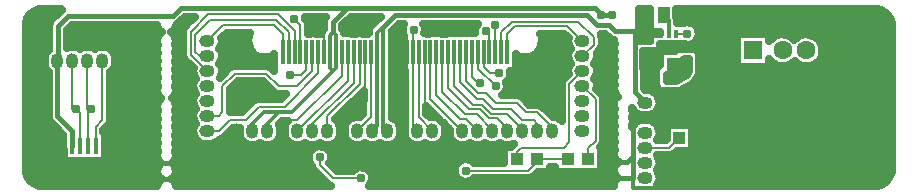
<source format=gbr>
G04 DipTrace 2.4.0.2*
%INTop.gbr*%
%MOIN*%
%ADD14C,0.0142*%
%ADD15C,0.0079*%
%ADD16C,0.0157*%
%ADD17C,0.0138*%
%ADD18C,0.0118*%
%ADD19C,0.025*%
%ADD22R,0.0394X0.0433*%
%ADD23R,0.0433X0.0394*%
%ADD24R,0.0126X0.0827*%
%ADD25C,0.0886*%
%ADD26R,0.063X0.063*%
%ADD27C,0.063*%
%ADD28C,0.1378*%
%ADD31R,0.0157X0.0531*%
%ADD32C,0.0492*%
%ADD33C,0.061*%
%ADD34R,0.0591X0.0591*%
%ADD35O,0.0512X0.0416*%
%ADD36O,0.0416X0.0512*%
%ADD37R,0.0394X0.0531*%
%ADD41R,0.0118X0.0276*%
%ADD42R,0.063X0.0394*%
%ADD43C,0.031*%
%FSLAX44Y44*%
G04*
G70*
G90*
G75*
G01*
%LNTop*%
%LPD*%
X16174Y8693D2*
D14*
Y6212D1*
X16318Y6068D1*
X15977Y8693D2*
Y6227D1*
X15818Y6068D1*
X25431Y9318D2*
D15*
X25125D1*
X24993Y9186D1*
Y9893D1*
X24943Y9943D1*
X16174Y8693D2*
D14*
Y9549D1*
D16*
X16568Y9943D1*
X22977D1*
X23309Y9611D1*
X23694D1*
X23914Y9391D1*
X24553D1*
X24788D1*
X24993Y9186D1*
X15977Y8693D2*
D14*
Y9352D1*
X16174Y9549D1*
X21300Y5130D2*
D15*
Y5049D1*
X21006Y4755D1*
X18943D1*
X24553Y9391D2*
D16*
Y7379D1*
X24912Y7019D1*
X21300Y5130D2*
D15*
X22336D1*
X25687Y8373D2*
X25943D1*
X25687D2*
Y7884D1*
X25737Y7834D1*
X25943Y8373D2*
X26248D1*
X26318Y8443D1*
Y8068D2*
Y8443D1*
X14403Y8693D2*
D17*
Y8168D1*
X14500Y8071D1*
X14599Y8171D1*
Y8693D1*
X14500Y8071D2*
X13121Y6693D1*
X12693D1*
X12318Y6318D1*
Y6068D1*
X11818D2*
Y6318D1*
X12193Y6693D1*
X12693D1*
X14403Y8693D2*
Y9248D1*
X14512Y9357D1*
X14599Y9270D1*
Y8693D1*
X23443Y9943D2*
D16*
X23818D1*
X14512Y9357D2*
Y9718D1*
X14979Y10185D1*
X23231D1*
X23481Y9936D1*
D15*
X23436D1*
X23443Y9943D1*
X5818Y5568D2*
D16*
Y6068D1*
X5318Y6568D1*
Y8414D1*
X14979Y10185D2*
X9435D1*
X9156Y9906D1*
X5669D1*
X5323Y9560D1*
Y8418D1*
X5318Y8414D1*
X15584Y8693D2*
D15*
Y7584D1*
X14818Y6818D1*
Y6068D1*
X16962Y8693D2*
Y6587D1*
X16818Y6443D1*
Y6068D1*
X17552Y8693D2*
Y6834D1*
X18318Y6068D1*
X14796Y8693D2*
Y7921D1*
X13318Y6443D1*
X12943D1*
X12818Y6318D1*
Y6068D1*
X25431Y8373D2*
X25136D1*
X24993Y8517D1*
X25068Y7834D2*
Y8442D1*
X24993Y8517D1*
X25431Y8373D2*
Y8590D1*
X25687Y8846D1*
X27299Y7691D2*
X31264D1*
X32472D1*
X31264Y8758D2*
Y7691D1*
X14206Y8693D2*
Y9325D1*
X14032Y9498D1*
X6842Y5568D2*
X7314D1*
Y4899D1*
X7708Y4505D1*
X6724D1*
X5936D1*
X4952D1*
X5346Y5568D2*
Y4899D1*
X4952Y4505D1*
X7708D2*
D16*
Y4465D1*
X10466D1*
X10996Y4996D1*
X11318Y5318D1*
Y6068D1*
X7708Y4505D2*
X8074D1*
X8565Y4996D1*
X10996D1*
X7318Y8414D2*
D15*
Y6568D1*
X6842Y6092D1*
Y5568D1*
X25687Y8846D2*
X27081D1*
X27288Y8638D1*
Y7702D1*
X27299Y7691D1*
X24912Y6519D2*
D16*
X24719D1*
X24500Y6300D1*
Y5224D1*
X24302Y5027D1*
X24064D1*
X23546Y4510D1*
X23339Y4303D1*
X18583D1*
X18318Y4568D1*
Y6068D1*
X24500Y5224D2*
Y4510D1*
X23546D1*
X24912Y6519D2*
X26037D1*
X26039Y6521D1*
X26129D1*
X27299Y7691D1*
X24500Y4510D2*
D17*
Y4164D1*
X28946D1*
X32472Y7691D1*
X12828Y8693D2*
D15*
Y9308D1*
X12543Y9593D1*
X10843D1*
X10318Y9068D1*
X13025Y8693D2*
Y9361D1*
X12617Y9769D1*
X10394D1*
X9915Y9290D1*
Y8721D1*
X10068Y8568D1*
X10318D1*
X13222Y8693D2*
Y9414D1*
X12679Y9957D1*
X10332D1*
X9764Y9389D1*
Y8622D1*
X10318Y8068D1*
X13418Y8693D2*
Y9593D1*
X13193Y9818D1*
X13615Y8693D2*
Y8115D1*
X13443Y7943D1*
X13068D1*
X13812Y8693D2*
Y8062D1*
X13318Y7568D1*
X12693D1*
X12277Y7984D1*
X11234D1*
X10818Y7568D1*
Y6693D1*
X10693Y6568D1*
X10318D1*
X14009Y8693D2*
Y8009D1*
X12889Y6889D1*
X12032D1*
X11586Y6443D1*
X11068D1*
X10693Y6068D1*
X10318D1*
X20308Y8693D2*
Y9308D1*
X20568Y9568D1*
X22318D1*
X22818Y9068D1*
X20111Y8693D2*
Y9361D1*
X20473Y9723D1*
X22663D1*
X23193Y9193D1*
Y8943D1*
X22818Y8568D1*
X19914Y8693D2*
Y9621D1*
X19913Y9622D1*
X20631Y5130D2*
Y5380D1*
X20756Y5505D1*
X22193D1*
X22381Y5693D1*
Y7631D1*
X22818Y8068D1*
X19718Y8693D2*
Y9293D1*
X19610Y9401D1*
X23006Y5130D2*
Y5505D1*
X23256Y5755D1*
Y7130D1*
X22818Y7568D1*
X20037Y8008D2*
X19726D1*
X19521Y8213D1*
Y8693D1*
X19922Y7570D2*
X19340Y8152D1*
Y8677D1*
X19324Y8693D1*
X19411Y7676D2*
Y7589D1*
X19127Y7872D1*
Y8693D1*
X14068Y5193D2*
Y4943D1*
X14518Y4493D1*
X15425D1*
X25687Y9318D2*
D18*
Y9789D1*
X25534Y9943D1*
X14993Y8693D2*
D15*
Y7743D1*
X13318Y6068D1*
X6074Y5568D2*
Y6687D1*
X5943Y6818D1*
X5818D1*
Y8414D1*
X15781Y8693D2*
Y6531D1*
X15318Y6068D1*
X6330Y5568D2*
Y6705D1*
X6443Y6818D1*
X6318D1*
Y8414D1*
X17159Y8693D2*
Y6227D1*
X17318Y6068D1*
X17159Y8693D2*
Y9409D1*
X17193Y9443D1*
X24912Y5519D2*
X25706D1*
X26039Y5852D1*
X17355Y8693D2*
Y6531D1*
X17818Y6068D1*
X17749Y8693D2*
Y7137D1*
X18818Y6068D1*
X17946Y8693D2*
Y7267D1*
X18726Y6487D1*
X18937D1*
X19318Y6106D1*
Y6068D1*
X18143Y8693D2*
Y7390D1*
X18904Y6629D1*
X19286D1*
X19818Y6097D1*
Y6068D1*
X18340Y8693D2*
Y7494D1*
X19040Y6794D1*
X19386D1*
X19685Y6495D1*
X19984D1*
X20318Y6161D1*
Y6068D1*
X18536Y8693D2*
Y7590D1*
X19178Y6948D1*
X19471D1*
X19772Y6647D1*
X20316D1*
X20818Y6145D1*
Y6068D1*
X18733Y8693D2*
Y7705D1*
X19286Y7152D1*
X19512D1*
X19846Y6818D1*
X20443D1*
X20818Y6443D1*
X21193D1*
X21318Y6318D1*
Y6068D1*
X21818D2*
Y6193D1*
X21318Y6693D1*
X20943D1*
X20633Y7003D1*
X19919D1*
X19586Y7336D1*
X19327D1*
X18924Y7740D1*
Y8700D1*
X18930Y8693D1*
X6586Y5568D2*
Y6209D1*
X6818Y6441D1*
Y8414D1*
X25943Y9318D2*
X26318D1*
X15387Y8693D2*
Y7637D1*
X14318Y6568D1*
Y6068D1*
X15190Y8693D2*
Y7690D1*
X13818Y6318D1*
Y6068D1*
D43*
X23818Y9943D3*
X23443D3*
X26318Y8443D3*
Y8068D3*
Y9318D3*
X14068Y5193D3*
X15425Y4493D3*
X17193Y9443D3*
X5943Y6818D3*
X6443D3*
X19913Y9622D3*
X19610Y9401D3*
X19411Y7676D3*
X19922Y7570D3*
X20037Y8008D3*
X18943Y4755D3*
X13193Y9818D3*
X13068Y7943D3*
X14032Y9498D3*
X24720Y9902D2*
D19*
X25041D1*
X24720Y9654D2*
X25041D1*
X24720Y9405D2*
X25045D1*
X24720Y9156D2*
X25041D1*
X25317Y9302D2*
X25401Y9303D1*
Y9383D1*
X25193D1*
X25088Y9445D1*
X25068Y9508D1*
X25067Y10153D1*
X24695Y10148D1*
X24693Y9066D1*
X25066Y9071D1*
X25068Y9179D1*
X25131Y9283D1*
X25192Y9301D1*
X25317Y9302D1*
X25781Y8229D2*
X26344D1*
X25773Y7980D2*
X26294D1*
X26223Y8479D2*
Y8429D1*
X26164D1*
X26138Y8408D1*
X26085Y8388D1*
X25755Y8387D1*
Y8067D1*
X25694Y7962D1*
X25632Y7942D1*
X25621Y7941D1*
Y7740D1*
X25939D1*
X26293Y7936D1*
X26368Y8061D1*
X26370Y8478D1*
X26225D1*
X4368Y9882D2*
X5197D1*
X9579D2*
X9865D1*
X13587D2*
X14236D1*
X15122D2*
X16061D1*
X25974D2*
X33018D1*
X4280Y9633D2*
X5006D1*
X9302D2*
X9615D1*
X13700D2*
X14189D1*
X14876D2*
X15822D1*
X16704D2*
X16846D1*
X17540D2*
X19291D1*
X26548D2*
X33107D1*
X4280Y9384D2*
X4998D1*
X5646D2*
X8729D1*
X9181D2*
X9479D1*
X13704D2*
X14123D1*
X14888D2*
X15662D1*
X16489D2*
X16799D1*
X17587D2*
X19209D1*
X26712D2*
X33107D1*
X4280Y9136D2*
X4998D1*
X5646D2*
X8611D1*
X9298D2*
X9477D1*
X10814D2*
X11650D1*
X16489D2*
X16850D1*
X21486D2*
X22322D1*
X23478D2*
X23732D1*
X26669D2*
X27947D1*
X30685D2*
X33107D1*
X4280Y8887D2*
X4998D1*
X5646D2*
X8615D1*
X9294D2*
X9477D1*
X10779D2*
X11686D1*
X16489D2*
X16850D1*
X21450D2*
X22357D1*
X23470D2*
X23838D1*
X25435D2*
X27947D1*
X30825D2*
X33107D1*
X4280Y8638D2*
X4904D1*
X7232D2*
X8619D1*
X9290D2*
X9477D1*
X10814D2*
X11877D1*
X16489D2*
X16850D1*
X21259D2*
X22322D1*
X23314D2*
X23842D1*
X24876D2*
X25385D1*
X26736D2*
X27947D1*
X30825D2*
X33107D1*
X4280Y8390D2*
X4865D1*
X7271D2*
X8627D1*
X9282D2*
X9604D1*
X10779D2*
X12522D1*
X16489D2*
X16850D1*
X20614D2*
X22357D1*
X23279D2*
X23846D1*
X24876D2*
X25385D1*
X26739D2*
X27947D1*
X30693D2*
X33107D1*
X4280Y8141D2*
X4928D1*
X7208D2*
X8639D1*
X9271D2*
X9822D1*
X10814D2*
X10998D1*
X16489D2*
X16850D1*
X20614D2*
X22322D1*
X23314D2*
X23854D1*
X24876D2*
X25264D1*
X26739D2*
X33107D1*
X4280Y7892D2*
X4994D1*
X7103D2*
X8631D1*
X9279D2*
X9854D1*
X16489D2*
X16873D1*
X20419D2*
X22252D1*
X23282D2*
X23865D1*
X24876D2*
X25252D1*
X26693D2*
X33107D1*
X4280Y7644D2*
X4994D1*
X7103D2*
X8615D1*
X9294D2*
X9822D1*
X11286D2*
X12225D1*
X16489D2*
X16873D1*
X20314D2*
X22096D1*
X23314D2*
X23857D1*
X24876D2*
X25252D1*
X26501D2*
X33107D1*
X4280Y7395D2*
X4994D1*
X7103D2*
X8611D1*
X9298D2*
X9854D1*
X11103D2*
X12475D1*
X16489D2*
X16873D1*
X20279D2*
X22096D1*
X23384D2*
X23850D1*
X25193D2*
X25459D1*
X26013D2*
X33107D1*
X4280Y7146D2*
X4994D1*
X7103D2*
X8725D1*
X9185D2*
X9822D1*
X11103D2*
X11975D1*
X15286D2*
X15494D1*
X16489D2*
X16873D1*
X20880D2*
X22096D1*
X23540D2*
X23900D1*
X25396D2*
X33107D1*
X4280Y6898D2*
X4994D1*
X7103D2*
X8607D1*
X9298D2*
X9854D1*
X11103D2*
X11647D1*
X15040D2*
X15494D1*
X16489D2*
X16873D1*
X21501D2*
X22096D1*
X23540D2*
X23838D1*
X25396D2*
X33107D1*
X4280Y6649D2*
X4994D1*
X7103D2*
X8611D1*
X9298D2*
X9826D1*
X14790D2*
X15494D1*
X16489D2*
X16873D1*
X17642D2*
X17846D1*
X21755D2*
X22096D1*
X23540D2*
X23838D1*
X24525D2*
X24623D1*
X25200D2*
X33107D1*
X4280Y6400D2*
X5045D1*
X7099D2*
X8611D1*
X9298D2*
X9850D1*
X12833D2*
X12971D1*
X14661D2*
X14975D1*
X16661D2*
X16873D1*
X23540D2*
X23838D1*
X24525D2*
X24643D1*
X25181D2*
X33107D1*
X4280Y6151D2*
X5287D1*
X6919D2*
X8615D1*
X9290D2*
X9826D1*
X11169D2*
X11365D1*
X12771D2*
X12865D1*
X14771D2*
X14865D1*
X16771D2*
X16865D1*
X23540D2*
X23838D1*
X25392D2*
X25596D1*
X26482D2*
X33107D1*
X4280Y5903D2*
X5494D1*
X6911D2*
X8619D1*
X9290D2*
X9850D1*
X10919D2*
X11381D1*
X12755D2*
X12881D1*
X14755D2*
X14881D1*
X16755D2*
X16881D1*
X18255D2*
X18381D1*
X23540D2*
X23842D1*
X25396D2*
X25596D1*
X26482D2*
X33107D1*
X4280Y5654D2*
X5494D1*
X6911D2*
X8627D1*
X9282D2*
X10135D1*
X10501D2*
X11572D1*
X12564D2*
X13072D1*
X14564D2*
X15072D1*
X16564D2*
X17072D1*
X18064D2*
X18572D1*
X23521D2*
X23850D1*
X26482D2*
X33107D1*
X4280Y5405D2*
X5494D1*
X6911D2*
X8639D1*
X9271D2*
X13732D1*
X14404D2*
X20170D1*
X23466D2*
X23854D1*
X25986D2*
X33107D1*
X4280Y5157D2*
X5494D1*
X6911D2*
X8631D1*
X9279D2*
X13670D1*
X14466D2*
X20170D1*
X23466D2*
X23869D1*
X25392D2*
X33107D1*
X4280Y4908D2*
X8658D1*
X9251D2*
X13787D1*
X14493D2*
X18576D1*
X23466D2*
X23877D1*
X25400D2*
X33107D1*
X4298Y4659D2*
X8619D1*
X9290D2*
X13959D1*
X15786D2*
X18557D1*
X21302D2*
X23850D1*
X25392D2*
X33088D1*
X4431Y4411D2*
X8693D1*
X9216D2*
X14209D1*
X15818D2*
X18772D1*
X19114D2*
X23885D1*
X25400D2*
X32955D1*
X26174Y7472D2*
Y7417D1*
X26069D1*
X25975Y7394D1*
X25464Y7398D1*
X25300Y7417D1*
X25296Y7525D1*
X25276Y7615D1*
Y8075D1*
X25300Y8167D1*
Y8251D1*
X25375D1*
X25407Y8266D1*
X25408Y8731D1*
X25892Y8732D1*
X26001Y8813D1*
X26067Y8823D1*
X26495D1*
X26613Y8788D1*
X26695Y8692D1*
X26715Y8603D1*
Y8028D1*
X26683Y7914D1*
X26542Y7692D1*
X26489Y7651D1*
X26173Y7473D1*
X20591Y8635D2*
Y8059D1*
X20408D1*
X20413Y8008D1*
X20392Y7885D1*
X20332Y7776D1*
X20266Y7716D1*
X20282Y7676D1*
X20297Y7570D1*
X20277Y7447D1*
X20217Y7338D1*
X20134Y7262D1*
X20633Y7263D1*
X20765Y7227D1*
X20905Y7098D1*
X21051Y6952D1*
X21318Y6953D1*
X21450Y6917D1*
X21590Y6788D1*
X21836Y6542D1*
X21923Y6531D1*
X22038Y6483D1*
X22120Y6417D1*
X22121Y7631D1*
X22157Y7763D1*
X22286Y7903D1*
X22352Y7973D1*
X22343Y8097D1*
X22369Y8219D1*
X22424Y8318D1*
X22397Y8357D1*
X22352Y8473D1*
X22343Y8597D1*
X22369Y8719D1*
X22424Y8818D1*
X22397Y8857D1*
X22352Y8973D1*
X22343Y9097D1*
X22357Y9162D1*
X22212Y9307D1*
X21416Y9308D1*
X21452Y9198D1*
X21463Y9087D1*
X21449Y8963D1*
X21408Y8845D1*
X21342Y8740D1*
X21253Y8652D1*
X21147Y8586D1*
X21029Y8545D1*
X20905Y8532D1*
X20781Y8547D1*
X20664Y8589D1*
X20588Y8637D1*
X17985Y9327D2*
X19241D1*
X19242Y9471D1*
X19285Y9588D1*
X19332Y9645D1*
X17512Y9644D1*
X17553Y9549D1*
X17568Y9443D1*
X17548Y9324D1*
X17639Y9323D1*
X17913Y9327D1*
X18229Y9323D1*
X18426Y9327D1*
X18623D1*
X18820D1*
X19017D1*
X19213D1*
X19219D1*
X16898Y8059D2*
X16875D1*
Y9243D1*
X16822Y9389D1*
X16824Y9514D1*
X16880Y9645D1*
X16691Y9643D1*
X16467Y9419D1*
X16465Y7318D1*
Y6517D1*
X16538Y6483D1*
X16635Y6404D1*
X16704Y6301D1*
X16741Y6182D1*
X16746Y6020D1*
X16728Y5897D1*
X16675Y5784D1*
X16592Y5691D1*
X16486Y5626D1*
X16366Y5594D1*
X16241Y5599D1*
X16123Y5639D1*
X16069Y5677D1*
X15986Y5626D1*
X15866Y5594D1*
X15741Y5599D1*
X15623Y5639D1*
X15569Y5677D1*
X15486Y5626D1*
X15366Y5594D1*
X15241Y5599D1*
X15123Y5639D1*
X15022Y5711D1*
X14945Y5809D1*
X14900Y5925D1*
X14890Y6020D1*
X14894Y6116D1*
X14891Y6145D1*
X14917Y6267D1*
X14978Y6376D1*
X15067Y6463D1*
X15177Y6520D1*
X15299Y6544D1*
X15412Y6532D1*
X15518Y6636D1*
X15521Y7402D1*
X14579Y6462D1*
X14635Y6404D1*
X14704Y6301D1*
X14741Y6182D1*
X14746Y6020D1*
X14728Y5897D1*
X14675Y5784D1*
X14592Y5691D1*
X14486Y5626D1*
X14366Y5594D1*
X14241Y5599D1*
X14123Y5639D1*
X14069Y5677D1*
X13986Y5626D1*
X13866Y5594D1*
X13741Y5599D1*
X13623Y5639D1*
X13569Y5677D1*
X13486Y5626D1*
X13366Y5594D1*
X13241Y5599D1*
X13123Y5639D1*
X13022Y5711D1*
X12945Y5809D1*
X12900Y5925D1*
X12890Y6020D1*
X12894Y6116D1*
X12891Y6145D1*
X12917Y6267D1*
X12978Y6376D1*
X13008Y6406D1*
X12809Y6400D1*
X12707Y6298D1*
X12741Y6182D1*
X12746Y6020D1*
X12728Y5897D1*
X12675Y5784D1*
X12592Y5691D1*
X12486Y5626D1*
X12366Y5594D1*
X12241Y5599D1*
X12123Y5639D1*
X12069Y5677D1*
X11986Y5626D1*
X11866Y5594D1*
X11741Y5599D1*
X11623Y5639D1*
X11522Y5711D1*
X11445Y5809D1*
X11400Y5925D1*
X11390Y6020D1*
X11394Y6116D1*
X11400Y6187D1*
X11176Y6183D1*
X10877Y5884D1*
X10756Y5816D1*
X10534Y5674D1*
X10414Y5642D1*
X10366Y5640D1*
X10193Y5647D1*
X10075Y5686D1*
X9974Y5759D1*
X9897Y5857D1*
X9852Y5973D1*
X9843Y6097D1*
X9869Y6219D1*
X9924Y6318D1*
X9897Y6357D1*
X9852Y6473D1*
X9843Y6597D1*
X9869Y6719D1*
X9924Y6818D1*
X9897Y6857D1*
X9852Y6973D1*
X9843Y7097D1*
X9869Y7219D1*
X9924Y7318D1*
X9897Y7357D1*
X9852Y7473D1*
X9843Y7597D1*
X9869Y7719D1*
X9924Y7818D1*
X9897Y7857D1*
X9852Y7973D1*
X9843Y8097D1*
X9857Y8162D1*
X9580Y8439D1*
X9512Y8557D1*
X9504Y8747D1*
Y9389D1*
X9540Y9521D1*
X9669Y9661D1*
X9892Y9885D1*
X9558Y9886D1*
X9330Y9664D1*
X9251Y9513D1*
X9182Y9409D1*
X9115Y9364D1*
X9173Y9322D1*
X9246Y9221D1*
X9275Y9088D1*
X9244Y8957D1*
X9275Y8827D1*
X9244Y8696D1*
X9275Y8554D1*
X9244Y8423D1*
X9275Y8281D1*
X9244Y8150D1*
X9275Y8008D1*
X9251Y7886D1*
X9236Y7863D1*
X9275Y7721D1*
X9251Y7587D1*
X9246Y7569D1*
X9275Y7436D1*
X9251Y7314D1*
X9182Y7210D1*
X9127Y7173D1*
X9173Y7136D1*
X9246Y7035D1*
X9275Y6902D1*
X9244Y6770D1*
X9275Y6628D1*
X9244Y6497D1*
X9275Y6355D1*
X9244Y6224D1*
X9275Y6082D1*
X9244Y5950D1*
X9275Y5820D1*
X9244Y5689D1*
X9275Y5547D1*
X9244Y5415D1*
X9275Y5274D1*
X9251Y5152D1*
X9182Y5048D1*
X9127Y5011D1*
X9173Y4974D1*
X9246Y4873D1*
X9275Y4740D1*
X9251Y4618D1*
X9182Y4514D1*
X9115Y4469D1*
X9173Y4427D1*
X9246Y4326D1*
X9263Y4254D1*
X10688Y4252D1*
X14419Y4253D1*
X14335Y4309D1*
X13884Y4759D1*
X13816Y4880D1*
X13809Y4921D1*
X13735Y5021D1*
X13697Y5139D1*
X13699Y5264D1*
X13743Y5380D1*
X13822Y5476D1*
X13928Y5541D1*
X14050Y5568D1*
X14173Y5553D1*
X14285Y5499D1*
X14373Y5411D1*
X14428Y5299D1*
X14443Y5193D1*
X14423Y5070D1*
X14384Y4999D1*
X14624Y4754D1*
X15155Y4752D1*
X15285Y4841D1*
X15406Y4867D1*
X15530Y4853D1*
X15642Y4799D1*
X15730Y4711D1*
X15785Y4599D1*
X15800Y4493D1*
X15779Y4370D1*
X15711Y4253D1*
X23864Y4254D1*
X23882Y4355D1*
X23949Y4460D1*
X23996Y4494D1*
X23957Y4522D1*
X23887Y4624D1*
X23860Y4745D1*
X23882Y4867D1*
X23949Y4972D1*
X24022Y5024D1*
X23957Y5068D1*
X23887Y5170D1*
X23860Y5292D1*
X23888Y5424D1*
X23860Y5552D1*
X23882Y5675D1*
X23892Y5691D1*
X23860Y5826D1*
X23882Y5948D1*
X23892Y5964D1*
X23860Y6099D1*
X23882Y6221D1*
X23892Y6237D1*
X23860Y6372D1*
X23882Y6495D1*
X23901Y6524D1*
X23887Y6550D1*
X23860Y6671D1*
X23882Y6793D1*
X23892Y6810D1*
X23860Y6944D1*
X23882Y7066D1*
X23949Y7171D1*
X24009Y7214D1*
X23957Y7255D1*
X23887Y7357D1*
X23860Y7478D1*
X23882Y7600D1*
X23892Y7617D1*
X23860Y7751D1*
X23882Y7874D1*
X23892Y7890D1*
X23860Y8025D1*
X23882Y8147D1*
X23892Y8163D1*
X23860Y8298D1*
X23888Y8430D1*
X23860Y8560D1*
X23882Y8682D1*
X23892Y8698D1*
X23860Y8833D1*
X23882Y8955D1*
X23892Y8972D1*
X23863Y9095D1*
X23753Y9139D1*
X23615Y9268D1*
X23569Y9312D1*
X23425D1*
X23444Y9258D1*
X23453Y9068D1*
Y8943D1*
X23417Y8811D1*
X23285Y8668D1*
X23294Y8568D1*
X23276Y8445D1*
X23210Y8317D1*
X23252Y8253D1*
X23289Y8134D1*
X23294Y8068D1*
X23276Y7945D1*
X23210Y7817D1*
X23252Y7753D1*
X23289Y7634D1*
X23294Y7568D1*
X23280Y7472D1*
X23440Y7314D1*
X23507Y7195D1*
X23516Y7005D1*
Y5755D1*
X23480Y5624D1*
X23415Y5547D1*
X23442Y5548D1*
Y4713D1*
X22569Y4717D1*
X22148Y4713D1*
X21899D1*
Y4874D1*
X21739Y4871D1*
X21737Y4713D1*
X21334D1*
X21189Y4572D1*
X21071Y4504D1*
X20881Y4496D1*
X19213D1*
X19146Y4440D1*
X19032Y4391D1*
X18908Y4382D1*
X18787Y4414D1*
X18684Y4483D1*
X18610Y4583D1*
X18572Y4701D1*
X18574Y4826D1*
X18618Y4942D1*
X18697Y5039D1*
X18803Y5103D1*
X18925Y5130D1*
X19048Y5115D1*
X19160Y5061D1*
X19207Y5015D1*
X20197D1*
X20194Y5548D1*
X20432D1*
X20534Y5651D1*
X20486Y5626D1*
X20366Y5594D1*
X20241Y5599D1*
X20123Y5639D1*
X20069Y5677D1*
X19986Y5626D1*
X19866Y5594D1*
X19741Y5599D1*
X19623Y5639D1*
X19569Y5677D1*
X19486Y5626D1*
X19366Y5594D1*
X19241Y5599D1*
X19123Y5639D1*
X19069Y5677D1*
X18986Y5626D1*
X18866Y5594D1*
X18741Y5599D1*
X18623Y5639D1*
X18522Y5711D1*
X18445Y5809D1*
X18400Y5925D1*
X18390Y6020D1*
X18394Y6116D1*
X18281Y6238D1*
X18190Y6329D1*
X18241Y6182D1*
X18246Y6020D1*
X18228Y5897D1*
X18175Y5784D1*
X18092Y5691D1*
X17986Y5626D1*
X17866Y5594D1*
X17741Y5599D1*
X17623Y5639D1*
X17569Y5677D1*
X17486Y5626D1*
X17366Y5594D1*
X17241Y5599D1*
X17123Y5639D1*
X17022Y5711D1*
X16945Y5809D1*
X16900Y5925D1*
X16890Y6020D1*
X16894Y6116D1*
X16901Y6195D1*
X16899Y7227D1*
Y8059D1*
X14886Y9327D2*
X15276Y9323D1*
X15229Y9327D1*
X15670Y9323D1*
X15686Y9352D1*
X15715Y9477D1*
X15772Y9558D1*
X15963Y9761D1*
X16087Y9885D1*
X15102Y9886D1*
X14811Y9593D1*
Y9464D1*
X14853Y9408D1*
X14882Y9329D1*
X15473Y9327D1*
X15670D1*
X13681D2*
X14095Y9323D1*
X14148Y9385D1*
X14214Y9469D1*
X14213Y9718D1*
X14241Y9842D1*
X14261Y9881D1*
X14104Y9886D1*
X13561D1*
X13568Y9814D1*
X13602Y9776D1*
X13670Y9658D1*
X13678Y9468D1*
Y9323D1*
X13702D1*
X13899Y9327D1*
X14095D1*
X12545Y8087D2*
Y8634D1*
X12466Y8586D1*
X12348Y8545D1*
X12224Y8532D1*
X12100Y8547D1*
X11983Y8589D1*
X11878Y8656D1*
X11790Y8745D1*
X11725Y8851D1*
X11685Y8969D1*
X11673Y9093D1*
X11688Y9217D1*
X11729Y9331D1*
X10953Y9334D1*
X10781Y9164D1*
X10794Y9068D1*
X10776Y8945D1*
X10710Y8817D1*
X10752Y8753D1*
X10789Y8634D1*
X10794Y8568D1*
X10776Y8445D1*
X10710Y8317D1*
X10752Y8253D1*
X10789Y8134D1*
X10794Y8068D1*
X10776Y7945D1*
X10732Y7850D1*
X11050Y8167D1*
X11169Y8235D1*
X11359Y8243D1*
X12277D1*
X12409Y8207D1*
X12547Y8082D1*
X28098Y9293D2*
X29043D1*
X29049Y9058D1*
X29130Y9152D1*
X29231Y9225D1*
X29347Y9273D1*
X29470Y9293D1*
X29594Y9283D1*
X29713Y9245D1*
X29820Y9181D1*
X29884Y9118D1*
X30019Y9225D1*
X30134Y9273D1*
X30257Y9293D1*
X30382Y9283D1*
X30500Y9245D1*
X30607Y9181D1*
X30696Y9094D1*
X30763Y8988D1*
X30803Y8870D1*
X30815Y8758D1*
X30800Y8634D1*
X30757Y8517D1*
X30689Y8413D1*
X30598Y8328D1*
X30489Y8266D1*
X30370Y8230D1*
X30245Y8224D1*
X30122Y8246D1*
X30008Y8296D1*
X29909Y8372D1*
X29887Y8399D1*
X29810Y8328D1*
X29702Y8266D1*
X29582Y8230D1*
X29458Y8224D1*
X29335Y8246D1*
X29221Y8296D1*
X29121Y8372D1*
X29045Y8465D1*
X29043Y8223D1*
X27973D1*
Y9293D1*
X28098D1*
X6629Y5085D2*
X6254Y5082D1*
X5998D1*
X5519D1*
X5518Y5945D1*
X5107Y6357D1*
X5038Y6464D1*
X5019Y6568D1*
Y8056D1*
X4945Y8155D1*
X4900Y8271D1*
X4890Y8366D1*
X4894Y8462D1*
X4891Y8491D1*
X4917Y8613D1*
X4978Y8722D1*
X5025Y8768D1*
X5023Y9560D1*
X5052Y9684D1*
X5111Y9771D1*
X5461Y10120D1*
X5443Y10130D1*
X4713D1*
X4560Y10079D1*
X4406Y9976D1*
X4306Y9824D1*
X4256Y9673D1*
X4255Y4713D1*
X4307Y4560D1*
X4410Y4406D1*
X4562Y4306D1*
X4713Y4250D1*
X8638Y4252D1*
X8656Y4309D1*
X8723Y4414D1*
X8796Y4465D1*
X8731Y4510D1*
X8661Y4612D1*
X8634Y4734D1*
X8656Y4856D1*
X8723Y4961D1*
X8783Y5003D1*
X8731Y5044D1*
X8661Y5146D1*
X8634Y5268D1*
X8656Y5390D1*
X8666Y5406D1*
X8634Y5541D1*
X8656Y5663D1*
X8666Y5679D1*
X8634Y5814D1*
X8662Y5946D1*
X8634Y6076D1*
X8656Y6198D1*
X8666Y6214D1*
X8634Y6349D1*
X8656Y6471D1*
X8666Y6488D1*
X8634Y6622D1*
X8656Y6745D1*
X8666Y6761D1*
X8634Y6895D1*
X8656Y7018D1*
X8723Y7123D1*
X8783Y7165D1*
X8731Y7206D1*
X8661Y7308D1*
X8634Y7429D1*
X8656Y7552D1*
X8666Y7568D1*
X8634Y7703D1*
X8656Y7825D1*
X8675Y7854D1*
X8661Y7880D1*
X8634Y8001D1*
X8656Y8124D1*
X8666Y8140D1*
X8634Y8275D1*
X8656Y8397D1*
X8666Y8414D1*
X8634Y8548D1*
X8656Y8670D1*
X8666Y8687D1*
X8634Y8821D1*
X8662Y8953D1*
X8634Y9082D1*
X8656Y9204D1*
X8723Y9309D1*
X8796Y9361D1*
X8731Y9405D1*
X8661Y9507D1*
X8638Y9609D1*
X5793Y9607D1*
X5622Y9435D1*
Y8845D1*
X5677Y8866D1*
X5799Y8890D1*
X5923Y8877D1*
X6038Y8829D1*
X6065Y8807D1*
X6177Y8866D1*
X6299Y8890D1*
X6423Y8877D1*
X6538Y8829D1*
X6565Y8807D1*
X6677Y8866D1*
X6799Y8890D1*
X6923Y8877D1*
X7038Y8829D1*
X7135Y8750D1*
X7204Y8647D1*
X7241Y8528D1*
X7246Y8366D1*
X7228Y8243D1*
X7175Y8130D1*
X7076Y8027D1*
X7078Y6441D1*
X7042Y6309D1*
X6913Y6169D1*
X6844Y6100D1*
X6845Y6056D1*
X6885Y6054D1*
Y5082D1*
X6287Y5086D1*
X6031Y5082D1*
X5775D1*
Y5086D1*
X17727Y6530D2*
X17799Y6544D1*
X17923Y6531D1*
X18035Y6485D1*
X17615Y6904D1*
Y6634D1*
X17719Y6535D1*
X25967Y8963D2*
X25467Y8960D1*
X25410Y8963D1*
Y8749D1*
X24851D1*
X24853Y7502D1*
X24906Y7449D1*
X25066Y7435D1*
X25181Y7387D1*
X25277Y7308D1*
X25347Y7204D1*
X25384Y7085D1*
X25389Y7019D1*
X25371Y6896D1*
X25318Y6783D1*
X25235Y6690D1*
X25129Y6625D1*
X25008Y6594D1*
X24960Y6591D1*
X24788Y6598D1*
X24670Y6638D1*
X24568Y6710D1*
X24492Y6808D1*
X24479Y6841D1*
X24472Y6810D1*
X24501Y6677D1*
X24477Y6555D1*
X24462Y6533D1*
X24501Y6391D1*
X24477Y6257D1*
X24472Y6238D1*
X24480Y6204D1*
X24524Y6279D1*
X24613Y6366D1*
X24724Y6424D1*
X24865Y6445D1*
X24960Y6448D1*
X25066Y6435D1*
X25181Y6387D1*
X25277Y6308D1*
X25347Y6204D1*
X25384Y6085D1*
X25389Y6019D1*
X25371Y5896D1*
X25315Y5780D1*
X25596Y5779D1*
X25619Y5800D1*
X25622Y6289D1*
X26456D1*
Y5415D1*
X25968D1*
X25890Y5336D1*
X25771Y5268D1*
X25581Y5260D1*
X25312D1*
X25347Y5204D1*
X25384Y5085D1*
X25389Y5019D1*
X25371Y4896D1*
X25305Y4769D1*
X25347Y4704D1*
X25384Y4585D1*
X25389Y4519D1*
X25371Y4396D1*
X25318Y4283D1*
X25289Y4251D1*
X25938Y4254D1*
X32677Y4255D1*
X32826Y4307D1*
X32980Y4410D1*
X33080Y4562D1*
X33130Y4713D1*
Y9673D1*
X33079Y9826D1*
X32976Y9980D1*
X32824Y10080D1*
X32673Y10130D1*
X25947D1*
X25951Y9878D1*
X25967Y9789D1*
Y9672D1*
X26206Y9676D1*
X26300Y9693D1*
X26423Y9678D1*
X26535Y9624D1*
X26623Y9536D1*
X26678Y9424D1*
X26693Y9318D1*
X26673Y9195D1*
X26613Y9086D1*
X26521Y9002D1*
X26407Y8953D1*
X26283Y8944D1*
X26219Y8961D1*
X25664Y8964D1*
X25586Y8960D1*
X25410D1*
X12939Y7308D2*
X12693D1*
X12561Y7344D1*
X12421Y7473D1*
X12170Y7724D1*
X11344D1*
X11078Y7460D1*
Y6705D1*
X11478Y6703D1*
X11848Y7072D1*
X11967Y7140D1*
X12157Y7149D1*
X12778D1*
X12940Y7307D1*
D22*
X24993Y9186D3*
Y8517D3*
D23*
X25737Y7834D3*
X25068D3*
D24*
X20308Y8693D3*
X20111D3*
X19914D3*
X19718D3*
X19521D3*
X19324D3*
X19127D3*
X18930D3*
X18733D3*
X18536D3*
X18340D3*
X18143D3*
X17946D3*
X17749D3*
X17552D3*
X17355D3*
X17159D3*
X16962D3*
X16174D3*
X15977D3*
X15781D3*
X15584D3*
X15387D3*
X15190D3*
X14993D3*
X14796D3*
X14599D3*
X14403D3*
X14206D3*
X14009D3*
X13812D3*
X13615D3*
X13418D3*
X13222D3*
X13025D3*
X12828D3*
D25*
X21483Y7337D3*
X11458Y8693D3*
X11665Y7346D3*
X21693Y8693D3*
D26*
X28508Y8758D3*
D27*
X29492D3*
X30279D3*
X31264D3*
D28*
X27299Y7691D3*
X32472D3*
D31*
X5818Y5568D3*
X6074D3*
X6330D3*
X6586D3*
X6842D3*
D32*
X5346D3*
X7314D3*
D33*
X4952Y4505D3*
X7708D3*
D34*
X5936D3*
X6724D3*
D35*
X10318Y9068D3*
Y8568D3*
Y8068D3*
Y7568D3*
Y7068D3*
Y6568D3*
Y6068D3*
D36*
X11318D3*
X11818D3*
X12318D3*
X12818D3*
X13318D3*
X13818D3*
X14318D3*
X14818D3*
X15318D3*
X15818D3*
X16318D3*
X16818D3*
X17318D3*
X17818D3*
X18318D3*
X18818D3*
X19318D3*
X19818D3*
X20318D3*
X20818D3*
X21318D3*
X21818D3*
D35*
X22818D3*
Y6568D3*
Y7068D3*
Y7568D3*
Y8068D3*
Y8568D3*
Y9068D3*
D37*
X24943Y9943D3*
X25534D3*
D22*
X26039Y5852D3*
Y6521D3*
D23*
X20631Y5130D3*
X21300D3*
X23006D3*
X22336D3*
D41*
X25943Y9318D3*
X25687D3*
X25431D3*
Y8373D3*
X25687D3*
X25943D3*
D42*
X25687Y8846D3*
D35*
X24912Y7019D3*
Y6519D3*
Y6019D3*
Y5519D3*
Y5019D3*
Y4519D3*
D36*
X5318Y8414D3*
X5818D3*
X6318D3*
X6818D3*
X7318D3*
M02*

</source>
